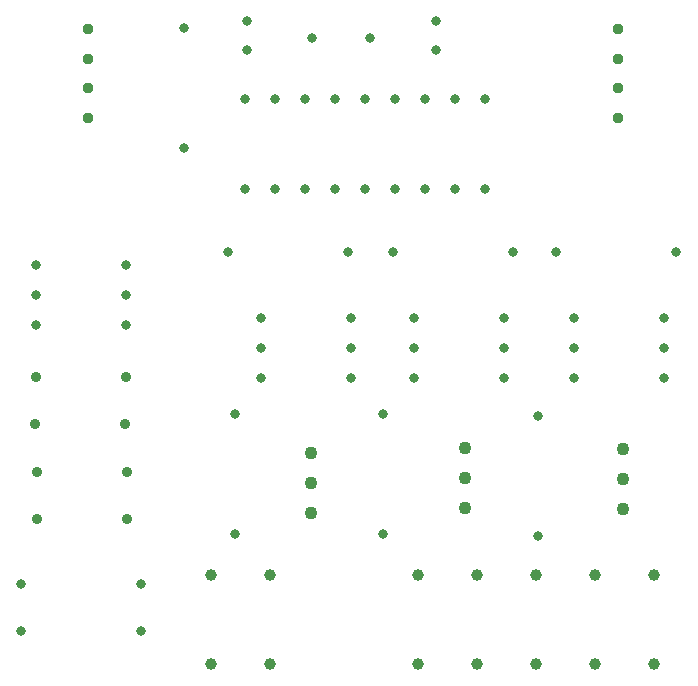
<source format=gbr>
%TF.GenerationSoftware,KiCad,Pcbnew,7.0.1*%
%TF.CreationDate,2023-03-28T23:12:02-03:00*%
%TF.ProjectId,CeilingFanControl,4365696c-696e-4674-9661-6e436f6e7472,rev?*%
%TF.SameCoordinates,Original*%
%TF.FileFunction,Plated,1,2,PTH,Drill*%
%TF.FilePolarity,Positive*%
%FSLAX46Y46*%
G04 Gerber Fmt 4.6, Leading zero omitted, Abs format (unit mm)*
G04 Created by KiCad (PCBNEW 7.0.1) date 2023-03-28 23:12:02*
%MOMM*%
%LPD*%
G01*
G04 APERTURE LIST*
%TA.AperFunction,ComponentDrill*%
%ADD10C,0.800000*%
%TD*%
%TA.AperFunction,ComponentDrill*%
%ADD11C,0.900000*%
%TD*%
%TA.AperFunction,ComponentDrill*%
%ADD12C,0.950000*%
%TD*%
%TA.AperFunction,ComponentDrill*%
%ADD13C,1.000000*%
%TD*%
%TA.AperFunction,ComponentDrill*%
%ADD14C,1.100000*%
%TD*%
G04 APERTURE END LIST*
D10*
%TO.C,R1*%
X22120000Y-71500000D03*
%TO.C,R2*%
X22120000Y-75500000D03*
%TO.C,U1*%
X23400000Y-44475000D03*
X23400000Y-47015000D03*
X23400000Y-49555000D03*
X31020000Y-44475000D03*
X31020000Y-47015000D03*
X31020000Y-49555000D03*
%TO.C,R1*%
X32280000Y-71500000D03*
%TO.C,R2*%
X32280000Y-75500000D03*
%TO.C,R3*%
X35900000Y-24420000D03*
X35900000Y-34580000D03*
%TO.C,R4*%
X39620000Y-43400000D03*
%TO.C,R7*%
X40200000Y-57120000D03*
X40200000Y-67280000D03*
%TO.C,U2*%
X41050000Y-30480000D03*
X41050000Y-38100000D03*
%TO.C,C2*%
X41200000Y-23800000D03*
X41200000Y-26300000D03*
%TO.C,U3*%
X42400000Y-48975000D03*
X42400000Y-51515000D03*
X42400000Y-54055000D03*
%TO.C,U2*%
X43590000Y-30480000D03*
X43590000Y-38100000D03*
X46130000Y-30480000D03*
X46130000Y-38100000D03*
%TO.C,Y1*%
X46750000Y-25300000D03*
%TO.C,U2*%
X48670000Y-30480000D03*
X48670000Y-38100000D03*
%TO.C,R4*%
X49780000Y-43400000D03*
%TO.C,U3*%
X50020000Y-48975000D03*
X50020000Y-51515000D03*
X50020000Y-54055000D03*
%TO.C,U2*%
X51210000Y-30480000D03*
X51210000Y-38100000D03*
%TO.C,Y1*%
X51650000Y-25300000D03*
%TO.C,R8*%
X52700000Y-57120000D03*
X52700000Y-67280000D03*
%TO.C,R5*%
X53620000Y-43400000D03*
%TO.C,U2*%
X53750000Y-30480000D03*
X53750000Y-38100000D03*
%TO.C,U4*%
X55400000Y-48975000D03*
X55400000Y-51515000D03*
X55400000Y-54055000D03*
%TO.C,U2*%
X56290000Y-30480000D03*
X56290000Y-38100000D03*
%TO.C,C1*%
X57200000Y-23800000D03*
X57200000Y-26300000D03*
%TO.C,U2*%
X58830000Y-30480000D03*
X58830000Y-38100000D03*
X61370000Y-30480000D03*
X61370000Y-38100000D03*
%TO.C,U4*%
X63020000Y-48975000D03*
X63020000Y-51515000D03*
X63020000Y-54055000D03*
%TO.C,R5*%
X63780000Y-43400000D03*
%TO.C,R9*%
X65900000Y-57320000D03*
X65900000Y-67480000D03*
%TO.C,R6*%
X67420000Y-43400000D03*
%TO.C,U5*%
X68900000Y-48975000D03*
X68900000Y-51515000D03*
X68900000Y-54055000D03*
X76520000Y-48975000D03*
X76520000Y-51515000D03*
X76520000Y-54055000D03*
%TO.C,R6*%
X77580000Y-43400000D03*
D11*
%TO.C,D1*%
X23310000Y-57980000D03*
%TO.C,D2*%
X23400000Y-53990000D03*
%TO.C,D3*%
X23410000Y-66000000D03*
%TO.C,D4*%
X23430000Y-61990000D03*
%TO.C,D1*%
X30930000Y-57980000D03*
%TO.C,D2*%
X31020000Y-53990000D03*
%TO.C,D3*%
X31030000Y-66000000D03*
%TO.C,D4*%
X31050000Y-61990000D03*
D12*
%TO.C,J3*%
X27732500Y-24550000D03*
X27732500Y-27050000D03*
X27732500Y-29550000D03*
X27732500Y-32050000D03*
%TO.C,J2*%
X72667500Y-24550000D03*
X72667500Y-27050000D03*
X72667500Y-29550000D03*
X72667500Y-32050000D03*
D13*
%TO.C,J1*%
X38200000Y-70740000D03*
X38200000Y-78260000D03*
X43200000Y-70740000D03*
X43200000Y-78260000D03*
%TO.C,J4*%
X55700000Y-70740000D03*
X55700000Y-78260000D03*
X60700000Y-70740000D03*
X60700000Y-78260000D03*
X65700000Y-70740000D03*
X65700000Y-78260000D03*
X70700000Y-70740000D03*
X70700000Y-78260000D03*
X75700000Y-70740000D03*
X75700000Y-78260000D03*
D14*
%TO.C,Q1*%
X46645000Y-60420000D03*
X46645000Y-62960000D03*
X46645000Y-65500000D03*
%TO.C,Q2*%
X59645000Y-59960000D03*
X59645000Y-62500000D03*
X59645000Y-65040000D03*
%TO.C,Q3*%
X73045000Y-60060000D03*
X73045000Y-62600000D03*
X73045000Y-65140000D03*
M02*

</source>
